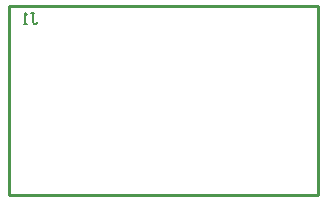
<source format=gbo>
G04*
G04 #@! TF.GenerationSoftware,Altium Limited,Altium Designer,21.0.8 (223)*
G04*
G04 Layer_Color=32896*
%FSLAX25Y25*%
%MOIN*%
G70*
G04*
G04 #@! TF.SameCoordinates,AE60A7D3-7942-428E-9249-63F1B2AFBED3*
G04*
G04*
G04 #@! TF.FilePolarity,Positive*
G04*
G01*
G75*
%ADD11C,0.01000*%
%ADD13C,0.00600*%
D11*
X366516Y267870D02*
Y330870D01*
X263516D02*
X366516D01*
X263516Y267870D02*
Y330870D01*
Y267870D02*
X366516D01*
D13*
X270688Y328269D02*
X271888D01*
X271288D01*
Y325270D01*
X271888Y324671D01*
X272488D01*
X273088Y325270D01*
X269489Y324671D02*
X268289D01*
X268889D01*
Y328269D01*
X269489Y327670D01*
M02*

</source>
